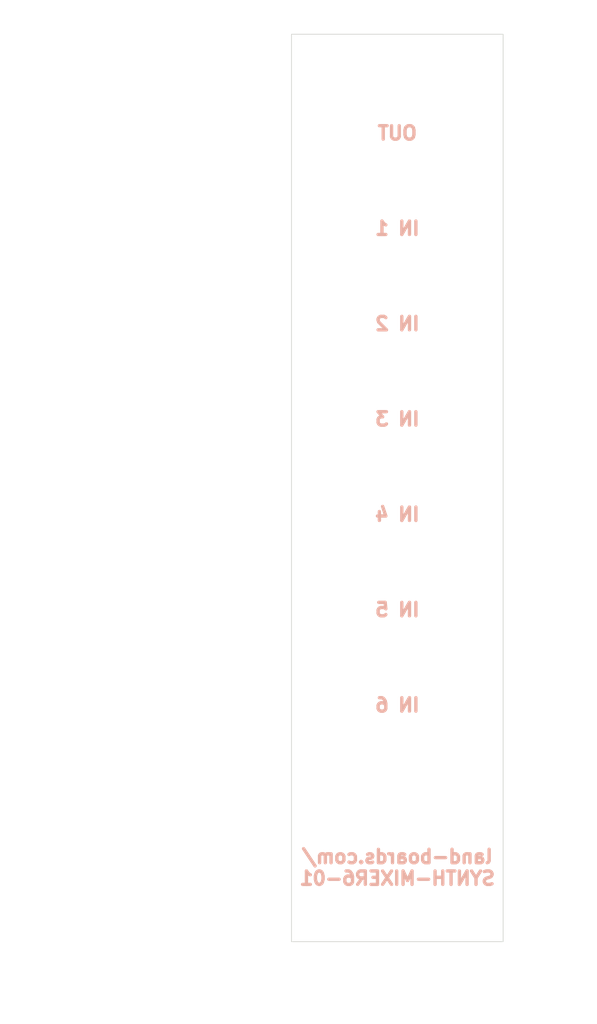
<source format=kicad_pcb>
(kicad_pcb (version 20211014) (generator pcbnew)
  (title_block (title "SYNTH-MIXER6-01") (date "2022-09-30") (rev "1") (company "LAND BOARDS, LLC"))
  (layers (0 "F.Cu" signal) (31 "B.Cu" signal) (34 "B.Paste" user) (35 "F.Paste" user) (36 "B.SilkS" user "B.Silkscreen") (37 "F.SilkS" user "F.Silkscreen") (38 "B.Mask" user) (39 "F.Mask" user) (44 "Edge.Cuts" user))
  (net 0 "")
  (footprint "" (layer "F.Cu") (at 47 81.5)
    (fp_text reference "" (at 0 0) (layer "F.SilkS") (effects (font (size 1.27 1.27))))
    (fp_text value "" (at 0 0) (layer "F.SilkS") (effects (font (size 1.27 1.27))))
    (pad "" np_thru_hole circle (at 0 0) (size 6.2 6.2) (drill 6.2) (layers F&B.Cu *.Mask))
  )
  (footprint "" (layer "F.Cu") (at 47 41)
    (fp_text reference "" (at 0 0) (layer "F.SilkS") (effects (font (size 1.27 1.27))))
    (fp_text value "" (at 0 0) (layer "F.SilkS") (effects (font (size 1.27 1.27))))
    (pad "" np_thru_hole circle (at 0 0) (size 6.2 6.2) (drill 6.2) (layers F&B.Cu *.Mask))
  )
  (footprint "" (layer "F.Cu") (at 63 68)
    (fp_text reference "" (at 0 0) (layer "F.SilkS") (effects (font (size 1.27 1.27))))
    (fp_text value "" (at 0 0) (layer "F.SilkS") (effects (font (size 1.27 1.27))))
    (pad "" np_thru_hole circle (at 0 0) (size 6.2 6.2) (drill 6.2) (layers F&B.Cu *.Mask))
  )
  (footprint "" (layer "F.Cu") (at 63 95)
    (fp_text reference "" (at 0 0) (layer "F.SilkS") (effects (font (size 1.27 1.27))))
    (fp_text value "" (at 0 0) (layer "F.SilkS") (effects (font (size 1.27 1.27))))
    (pad "" np_thru_hole circle (at 0 0) (size 6.2 6.2) (drill 6.2) (layers F&B.Cu *.Mask))
  )
  (footprint "" (layer "F.Cu") (at 63 41.5)
    (fp_text reference "" (at 0 0) (layer "F.SilkS") (effects (font (size 1.27 1.27))))
    (fp_text value "" (at 0 0) (layer "F.SilkS") (effects (font (size 1.27 1.27))))
    (pad "" np_thru_hole circle (at 0 0) (size 6.2 6.2) (drill 6.2) (layers F&B.Cu *.Mask))
  )
  (footprint "" (layer "F.Cu") (at 47 14)
    (fp_text reference "" (at 0 0) (layer "F.SilkS") (effects (font (size 1.27 1.27))))
    (fp_text value "" (at 0 0) (layer "F.SilkS") (effects (font (size 1.27 1.27))))
    (pad "" np_thru_hole circle (at 0 0) (size 6.2 6.2) (drill 6.2) (layers F&B.Cu *.Mask))
  )
  (footprint "" (layer "F.Cu") (at 47 27.5)
    (fp_text reference "" (at 0 0) (layer "F.SilkS") (effects (font (size 1.27 1.27))))
    (fp_text value "" (at 0 0) (layer "F.SilkS") (effects (font (size 1.27 1.27))))
    (pad "" np_thru_hole circle (at 0 0) (size 6.2 6.2) (drill 6.2) (layers F&B.Cu *.Mask))
  )
  (footprint "" (layer "F.Cu") (at 59.5 3)
    (fp_text reference "" (at 0 0) (layer "F.SilkS") (effects (font (size 1.27 1.27))))
    (fp_text value "" (at 0 0) (layer "F.SilkS") (effects (font (size 1.27 1.27))))
    (pad "" np_thru_hole oval (at 0 0) (size 12 3.2) (drill oval 12 3.2) (layers F&B.Cu *.Mask))
    (pad "" np_thru_hole oval (at 0 0) (size 12 3.2) (drill oval 12 3.2) (layers F&B.Cu *.Mask))
    (pad "" np_thru_hole oval (at 0 0) (size 12 3.2) (drill oval 12 3.2) (layers F&B.Cu *.Mask))
  )
  (footprint "" (layer "F.Cu") (at 60 125.5)
    (fp_text reference "" (at 0 0) (layer "F.SilkS") (effects (font (size 1.27 1.27))))
    (fp_text value "" (at 0 0) (layer "F.SilkS") (effects (font (size 1.27 1.27))))
    (pad "" np_thru_hole oval (at 0 0) (size 12 3.2) (drill oval 12 3.2) (layers F&B.Cu *.Mask))
    (pad "" np_thru_hole oval (at 0 0) (size 12 3.2) (drill oval 12 3.2) (layers F&B.Cu *.Mask))
    (pad "" np_thru_hole oval (at 0 0) (size 12 3.2) (drill oval 12 3.2) (layers F&B.Cu *.Mask))
  )
  (footprint "" (layer "F.Cu") (at 63 14)
    (fp_text reference "" (at 0 0) (layer "F.SilkS") (effects (font (size 1.27 1.27))))
    (fp_text value "" (at 0 0) (layer "F.SilkS") (effects (font (size 1.27 1.27))))
    (pad "" np_thru_hole circle (at 0 0) (size 6.2 6.2) (drill 6.2) (layers F&B.Cu *.Mask))
  )
  (footprint "" (layer "F.Cu") (at 63 27.5)
    (fp_text reference "" (at 0 0) (layer "F.SilkS") (effects (font (size 1.27 1.27))))
    (fp_text value "" (at 0 0) (layer "F.SilkS") (effects (font (size 1.27 1.27))))
    (pad "" np_thru_hole circle (at 0 0) (size 6.2 6.2) (drill 6.2) (layers F&B.Cu *.Mask))
  )
  (footprint "" (layer "F.Cu") (at 63 81.5)
    (fp_text reference "" (at 0 0) (layer "F.SilkS") (effects (font (size 1.27 1.27))))
    (fp_text value "" (at 0 0) (layer "F.SilkS") (effects (font (size 1.27 1.27))))
    (pad "" np_thru_hole circle (at 0 0) (size 6.2 6.2) (drill 6.2) (layers F&B.Cu *.Mask))
  )
  (footprint "" (layer "F.Cu") (at 47 95)
    (fp_text reference "" (at 0 0) (layer "F.SilkS") (effects (font (size 1.27 1.27))))
    (fp_text value "" (at 0 0) (layer "F.SilkS") (effects (font (size 1.27 1.27))))
    (pad "" np_thru_hole circle (at 0 0) (size 6.2 6.2) (drill 6.2) (layers F&B.Cu *.Mask))
  )
  (footprint "" (layer "F.Cu") (at 47 54.5)
    (fp_text reference "" (at 0 0) (layer "F.SilkS") (effects (font (size 1.27 1.27))))
    (fp_text value "" (at 0 0) (layer "F.SilkS") (effects (font (size 1.27 1.27))))
    (pad "" np_thru_hole circle (at 0 0) (size 6.2 6.2) (drill 6.2) (layers F&B.Cu *.Mask))
  )
  (footprint "" (layer "F.Cu") (at 47 68)
    (fp_text reference "" (at 0 0) (layer "F.SilkS") (effects (font (size 1.27 1.27))))
    (fp_text value "" (at 0 0) (layer "F.SilkS") (effects (font (size 1.27 1.27))))
    (pad "" np_thru_hole circle (at 0 0) (size 6.2 6.2) (drill 6.2) (layers F&B.Cu *.Mask))
  )
  (footprint "" (layer "F.Cu") (at 63 54.5)
    (fp_text reference "" (at 0 0) (layer "F.SilkS") (effects (font (size 1.27 1.27))))
    (fp_text value "" (at 0 0) (layer "F.SilkS") (effects (font (size 1.27 1.27))))
    (pad "" np_thru_hole circle (at 0 0) (size 6.2 6.2) (drill 6.2) (layers F&B.Cu *.Mask))
  )
  (gr_rect (start 40 0) (end 70 128.5) (layer "Edge.Cuts") (width 0.1) (fill none))
  (gr_text "IN 6" (at 55 95) (layer "B.SilkS") (effects (font (size 1.905 1.905) (thickness 0.47625)) (justify mirror)))
  (gr_text "land-boards.com/\nSYNTH-MIXER6-01" (at 55 118) (layer "B.SilkS") (effects (font (size 1.905 1.905) (thickness 0.47625)) (justify mirror)))
  (gr_text "IN 1" (at 55 27.5) (layer "B.SilkS") (effects (font (size 1.905 1.905) (thickness 0.47625)) (justify mirror)))
  (gr_text "IN 2" (at 55 41) (layer "B.SilkS") (effects (font (size 1.905 1.905) (thickness 0.47625)) (justify mirror)))
  (gr_text "IN 4" (at 55 68) (layer "B.SilkS") (effects (font (size 1.905 1.905) (thickness 0.47625)) (justify mirror)))
  (gr_text "IN 3" (at 55 54.5) (layer "B.SilkS") (effects (font (size 1.905 1.905) (thickness 0.47625)) (justify mirror)))
  (gr_text "OUT" (at 55 14) (layer "B.SilkS") (effects (font (size 1.905 1.905) (thickness 0.47625)) (justify mirror)))
  (gr_text "IN 5" (at 55 81.5) (layer "B.SilkS") (effects (font (size 1.905 1.905) (thickness 0.47625)) (justify mirror)))
)
</source>
